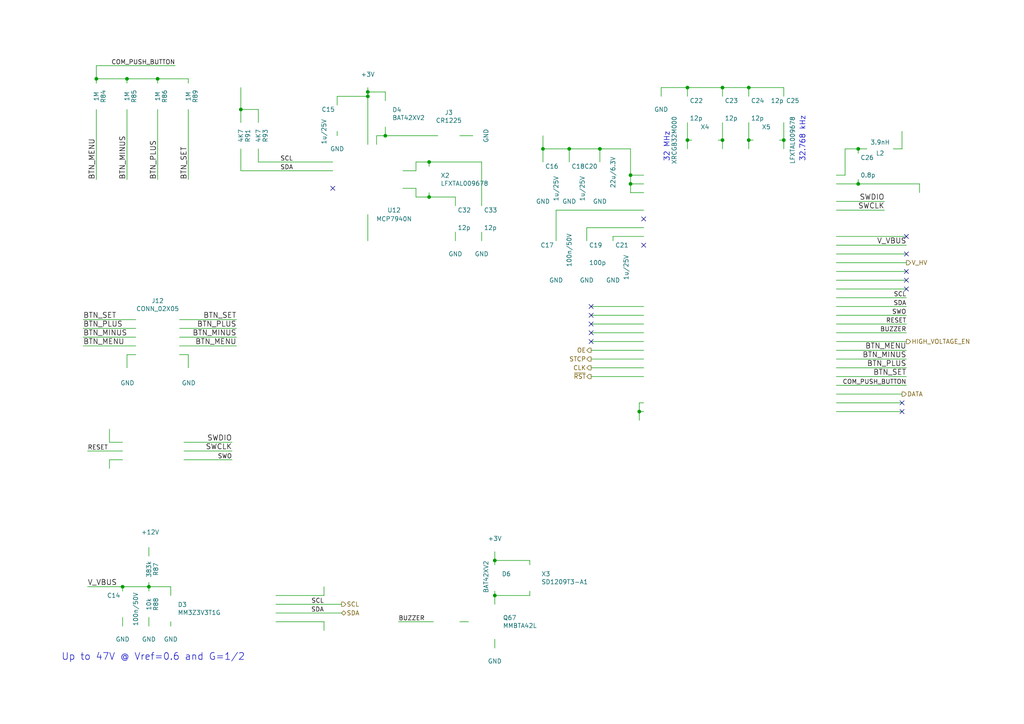
<source format=kicad_sch>
(kicad_sch (version 20210126) (generator eeschema)
  (paper "A4")
  (title_block (title "Noyce Joyce - Nixie Clock") (date "2020-08-21") (rev "100A"))
  (lib_symbols)
  (junction (at 27.94 22.86) (diameter 0.9144))
  (junction (at 35.56 170.18) (diameter 0.9144))
  (junction (at 36.83 22.86) (diameter 0.9144))
  (junction (at 43.18 170.18) (diameter 0.9144))
  (junction (at 45.72 22.86) (diameter 0.9144))
  (junction (at 69.85 31.75) (diameter 0.9144))
  (junction (at 106.68 26.67) (diameter 0.9144))
  (junction (at 106.68 27.94) (diameter 0.9144))
  (junction (at 111.76 39.37) (diameter 0.9144))
  (junction (at 124.46 46.99) (diameter 0.9144))
  (junction (at 124.46 57.15) (diameter 0.9144))
  (junction (at 143.51 162.56) (diameter 0.9144))
  (junction (at 143.51 172.72) (diameter 0.9144))
  (junction (at 157.48 43.18) (diameter 0.9144))
  (junction (at 165.1 43.18) (diameter 0.9144))
  (junction (at 173.99 43.18) (diameter 0.9144))
  (junction (at 182.88 50.8) (diameter 0.9144))
  (junction (at 182.88 53.34) (diameter 0.9144))
  (junction (at 185.42 119.38) (diameter 0.9144))
  (junction (at 199.39 25.4) (diameter 0.9144))
  (junction (at 199.39 40.64) (diameter 0.9144))
  (junction (at 209.55 25.4) (diameter 0.9144))
  (junction (at 209.55 40.64) (diameter 0.9144))
  (junction (at 217.17 25.4) (diameter 0.9144))
  (junction (at 217.17 40.64) (diameter 0.9144))
  (junction (at 227.33 40.64) (diameter 0.9144))
  (junction (at 248.92 43.18) (diameter 0.9144))
  (junction (at 248.92 53.34) (diameter 0.9144))
  (no_connect (at 96.52 54.61))
  (no_connect (at 171.45 88.9))
  (no_connect (at 171.45 91.44))
  (no_connect (at 171.45 93.98))
  (no_connect (at 171.45 96.52))
  (no_connect (at 171.45 99.06))
  (no_connect (at 186.69 63.5))
  (no_connect (at 186.69 71.12))
  (no_connect (at 261.62 116.84))
  (no_connect (at 261.62 119.38))
  (no_connect (at 262.89 68.58))
  (no_connect (at 262.89 73.66))
  (no_connect (at 262.89 78.74))
  (no_connect (at 262.89 81.28))
  (no_connect (at 262.89 83.82))
  (wire (pts (xy 24.13 95.25) (xy 39.37 95.25)))
  (wire (pts (xy 24.13 100.33) (xy 39.37 100.33)))
  (wire (pts (xy 25.4 170.18) (xy 35.56 170.18)))
  (wire (pts (xy 27.94 19.05) (xy 27.94 22.86)))
  (wire (pts (xy 27.94 22.86) (xy 27.94 24.13)))
  (wire (pts (xy 27.94 22.86) (xy 36.83 22.86)))
  (wire (pts (xy 27.94 31.75) (xy 27.94 52.07)))
  (wire (pts (xy 31.75 124.46) (xy 31.75 128.27)))
  (wire (pts (xy 31.75 128.27) (xy 35.56 128.27)))
  (wire (pts (xy 31.75 133.35) (xy 31.75 135.89)))
  (wire (pts (xy 35.56 130.81) (xy 25.4 130.81)))
  (wire (pts (xy 35.56 133.35) (xy 31.75 133.35)))
  (wire (pts (xy 35.56 170.18) (xy 35.56 171.45)))
  (wire (pts (xy 35.56 170.18) (xy 43.18 170.18)))
  (wire (pts (xy 35.56 179.07) (xy 35.56 181.61)))
  (wire (pts (xy 36.83 22.86) (xy 36.83 24.13)))
  (wire (pts (xy 36.83 22.86) (xy 45.72 22.86)))
  (wire (pts (xy 36.83 52.07) (xy 36.83 31.75)))
  (wire (pts (xy 36.83 102.87) (xy 36.83 106.68)))
  (wire (pts (xy 39.37 92.71) (xy 24.13 92.71)))
  (wire (pts (xy 39.37 97.79) (xy 24.13 97.79)))
  (wire (pts (xy 39.37 102.87) (xy 36.83 102.87)))
  (wire (pts (xy 43.18 158.75) (xy 43.18 161.29)))
  (wire (pts (xy 43.18 168.91) (xy 43.18 170.18)))
  (wire (pts (xy 43.18 170.18) (xy 43.18 171.45)))
  (wire (pts (xy 43.18 170.18) (xy 49.53 170.18)))
  (wire (pts (xy 43.18 179.07) (xy 43.18 181.61)))
  (wire (pts (xy 45.72 22.86) (xy 54.61 22.86)))
  (wire (pts (xy 45.72 24.13) (xy 45.72 22.86)))
  (wire (pts (xy 45.72 52.07) (xy 45.72 31.75)))
  (wire (pts (xy 49.53 170.18) (xy 49.53 172.72)))
  (wire (pts (xy 49.53 181.61) (xy 49.53 180.34)))
  (wire (pts (xy 50.8 19.05) (xy 27.94 19.05)))
  (wire (pts (xy 52.07 92.71) (xy 68.58 92.71)))
  (wire (pts (xy 52.07 97.79) (xy 68.58 97.79)))
  (wire (pts (xy 53.34 128.27) (xy 67.31 128.27)))
  (wire (pts (xy 53.34 130.81) (xy 67.31 130.81)))
  (wire (pts (xy 53.34 133.35) (xy 67.31 133.35)))
  (wire (pts (xy 54.61 22.86) (xy 54.61 24.13)))
  (wire (pts (xy 54.61 52.07) (xy 54.61 31.75)))
  (wire (pts (xy 54.61 102.87) (xy 52.07 102.87)))
  (wire (pts (xy 54.61 106.68) (xy 54.61 102.87)))
  (wire (pts (xy 68.58 95.25) (xy 52.07 95.25)))
  (wire (pts (xy 68.58 100.33) (xy 52.07 100.33)))
  (wire (pts (xy 69.85 25.4) (xy 69.85 31.75)))
  (wire (pts (xy 69.85 31.75) (xy 69.85 35.56)))
  (wire (pts (xy 69.85 31.75) (xy 74.93 31.75)))
  (wire (pts (xy 69.85 49.53) (xy 69.85 43.18)))
  (wire (pts (xy 69.85 49.53) (xy 96.52 49.53)))
  (wire (pts (xy 74.93 31.75) (xy 74.93 35.56)))
  (wire (pts (xy 74.93 46.99) (xy 74.93 43.18)))
  (wire (pts (xy 74.93 46.99) (xy 96.52 46.99)))
  (wire (pts (xy 80.01 172.72) (xy 93.98 172.72)))
  (wire (pts (xy 80.01 175.26) (xy 99.06 175.26)))
  (wire (pts (xy 80.01 177.8) (xy 99.06 177.8)))
  (wire (pts (xy 93.98 172.72) (xy 93.98 170.18)))
  (wire (pts (xy 93.98 180.34) (xy 80.01 180.34)))
  (wire (pts (xy 93.98 182.88) (xy 93.98 180.34)))
  (wire (pts (xy 97.79 27.94) (xy 106.68 27.94)))
  (wire (pts (xy 97.79 30.48) (xy 97.79 27.94)))
  (wire (pts (xy 97.79 39.37) (xy 97.79 38.1)))
  (wire (pts (xy 106.68 26.67) (xy 106.68 25.4)))
  (wire (pts (xy 106.68 27.94) (xy 106.68 26.67)))
  (wire (pts (xy 106.68 27.94) (xy 106.68 41.91)))
  (wire (pts (xy 106.68 69.85) (xy 106.68 62.23)))
  (wire (pts (xy 109.22 39.37) (xy 109.22 41.91)))
  (wire (pts (xy 111.76 26.67) (xy 106.68 26.67)))
  (wire (pts (xy 111.76 29.21) (xy 111.76 26.67)))
  (wire (pts (xy 111.76 36.83) (xy 111.76 39.37)))
  (wire (pts (xy 111.76 39.37) (xy 109.22 39.37)))
  (wire (pts (xy 115.57 180.34) (xy 125.73 180.34)))
  (wire (pts (xy 116.84 49.53) (xy 120.65 49.53)))
  (wire (pts (xy 116.84 54.61) (xy 120.65 54.61)))
  (wire (pts (xy 120.65 46.99) (xy 124.46 46.99)))
  (wire (pts (xy 120.65 49.53) (xy 120.65 46.99)))
  (wire (pts (xy 120.65 54.61) (xy 120.65 57.15)))
  (wire (pts (xy 120.65 57.15) (xy 124.46 57.15)))
  (wire (pts (xy 124.46 46.99) (xy 139.7 46.99)))
  (wire (pts (xy 124.46 48.26) (xy 124.46 46.99)))
  (wire (pts (xy 124.46 55.88) (xy 124.46 57.15)))
  (wire (pts (xy 124.46 57.15) (xy 132.08 57.15)))
  (wire (pts (xy 127 39.37) (xy 111.76 39.37)))
  (wire (pts (xy 132.08 57.15) (xy 132.08 59.69)))
  (wire (pts (xy 132.08 69.85) (xy 132.08 67.31)))
  (wire (pts (xy 133.35 180.34) (xy 135.89 180.34)))
  (wire (pts (xy 137.16 39.37) (xy 133.35 39.37)))
  (wire (pts (xy 139.7 46.99) (xy 139.7 59.69)))
  (wire (pts (xy 139.7 69.85) (xy 139.7 67.31)))
  (wire (pts (xy 143.51 160.02) (xy 143.51 162.56)))
  (wire (pts (xy 143.51 162.56) (xy 143.51 163.83)))
  (wire (pts (xy 143.51 162.56) (xy 153.67 162.56)))
  (wire (pts (xy 143.51 172.72) (xy 143.51 171.45)))
  (wire (pts (xy 143.51 172.72) (xy 153.67 172.72)))
  (wire (pts (xy 143.51 175.26) (xy 143.51 172.72)))
  (wire (pts (xy 143.51 187.96) (xy 143.51 185.42)))
  (wire (pts (xy 153.67 162.56) (xy 153.67 163.83)))
  (wire (pts (xy 153.67 172.72) (xy 153.67 171.45)))
  (wire (pts (xy 157.48 39.37) (xy 157.48 43.18)))
  (wire (pts (xy 157.48 43.18) (xy 157.48 46.99)))
  (wire (pts (xy 157.48 43.18) (xy 165.1 43.18)))
  (wire (pts (xy 161.29 60.96) (xy 161.29 69.85)))
  (wire (pts (xy 165.1 43.18) (xy 165.1 46.99)))
  (wire (pts (xy 165.1 43.18) (xy 173.99 43.18)))
  (wire (pts (xy 170.18 66.04) (xy 170.18 69.85)))
  (wire (pts (xy 171.45 93.98) (xy 186.69 93.98)))
  (wire (pts (xy 171.45 99.06) (xy 186.69 99.06)))
  (wire (pts (xy 171.45 101.6) (xy 186.69 101.6)))
  (wire (pts (xy 171.45 106.68) (xy 186.69 106.68)))
  (wire (pts (xy 173.99 43.18) (xy 173.99 46.99)))
  (wire (pts (xy 173.99 43.18) (xy 182.88 43.18)))
  (wire (pts (xy 177.8 68.58) (xy 177.8 69.85)))
  (wire (pts (xy 182.88 43.18) (xy 182.88 50.8)))
  (wire (pts (xy 182.88 50.8) (xy 182.88 53.34)))
  (wire (pts (xy 182.88 53.34) (xy 182.88 55.88)))
  (wire (pts (xy 182.88 53.34) (xy 186.69 53.34)))
  (wire (pts (xy 182.88 55.88) (xy 186.69 55.88)))
  (wire (pts (xy 185.42 116.84) (xy 185.42 119.38)))
  (wire (pts (xy 185.42 119.38) (xy 185.42 121.92)))
  (wire (pts (xy 186.69 50.8) (xy 182.88 50.8)))
  (wire (pts (xy 186.69 60.96) (xy 161.29 60.96)))
  (wire (pts (xy 186.69 66.04) (xy 170.18 66.04)))
  (wire (pts (xy 186.69 68.58) (xy 177.8 68.58)))
  (wire (pts (xy 186.69 88.9) (xy 171.45 88.9)))
  (wire (pts (xy 186.69 91.44) (xy 171.45 91.44)))
  (wire (pts (xy 186.69 96.52) (xy 171.45 96.52)))
  (wire (pts (xy 186.69 104.14) (xy 171.45 104.14)))
  (wire (pts (xy 186.69 109.22) (xy 171.45 109.22)))
  (wire (pts (xy 186.69 116.84) (xy 185.42 116.84)))
  (wire (pts (xy 186.69 119.38) (xy 185.42 119.38)))
  (wire (pts (xy 191.77 25.4) (xy 191.77 27.94)))
  (wire (pts (xy 191.77 25.4) (xy 199.39 25.4)))
  (wire (pts (xy 199.39 25.4) (xy 209.55 25.4)))
  (wire (pts (xy 199.39 27.94) (xy 199.39 25.4)))
  (wire (pts (xy 199.39 35.56) (xy 199.39 40.64)))
  (wire (pts (xy 199.39 40.64) (xy 199.39 43.18)))
  (wire (pts (xy 200.66 40.64) (xy 199.39 40.64)))
  (wire (pts (xy 208.28 40.64) (xy 209.55 40.64)))
  (wire (pts (xy 209.55 25.4) (xy 217.17 25.4)))
  (wire (pts (xy 209.55 27.94) (xy 209.55 25.4)))
  (wire (pts (xy 209.55 35.56) (xy 209.55 40.64)))
  (wire (pts (xy 209.55 40.64) (xy 209.55 43.18)))
  (wire (pts (xy 217.17 25.4) (xy 227.33 25.4)))
  (wire (pts (xy 217.17 27.94) (xy 217.17 25.4)))
  (wire (pts (xy 217.17 35.56) (xy 217.17 40.64)))
  (wire (pts (xy 217.17 40.64) (xy 217.17 43.18)))
  (wire (pts (xy 218.44 40.64) (xy 217.17 40.64)))
  (wire (pts (xy 226.06 40.64) (xy 227.33 40.64)))
  (wire (pts (xy 227.33 25.4) (xy 227.33 27.94)))
  (wire (pts (xy 227.33 35.56) (xy 227.33 40.64)))
  (wire (pts (xy 227.33 40.64) (xy 227.33 43.18)))
  (wire (pts (xy 242.57 53.34) (xy 248.92 53.34)))
  (wire (pts (xy 242.57 58.42) (xy 256.54 58.42)))
  (wire (pts (xy 242.57 68.58) (xy 262.89 68.58)))
  (wire (pts (xy 242.57 71.12) (xy 262.89 71.12)))
  (wire (pts (xy 242.57 73.66) (xy 262.89 73.66)))
  (wire (pts (xy 242.57 78.74) (xy 262.89 78.74)))
  (wire (pts (xy 242.57 83.82) (xy 262.89 83.82)))
  (wire (pts (xy 242.57 88.9) (xy 262.89 88.9)))
  (wire (pts (xy 242.57 93.98) (xy 262.89 93.98)))
  (wire (pts (xy 242.57 96.52) (xy 262.89 96.52)))
  (wire (pts (xy 242.57 104.14) (xy 262.89 104.14)))
  (wire (pts (xy 242.57 109.22) (xy 262.89 109.22)))
  (wire (pts (xy 242.57 111.76) (xy 262.89 111.76)))
  (wire (pts (xy 242.57 114.3) (xy 261.62 114.3)))
  (wire (pts (xy 242.57 119.38) (xy 261.62 119.38)))
  (wire (pts (xy 245.11 43.18) (xy 245.11 50.8)))
  (wire (pts (xy 245.11 43.18) (xy 248.92 43.18)))
  (wire (pts (xy 245.11 50.8) (xy 242.57 50.8)))
  (wire (pts (xy 248.92 43.18) (xy 251.46 43.18)))
  (wire (pts (xy 248.92 44.45) (xy 248.92 43.18)))
  (wire (pts (xy 248.92 52.07) (xy 248.92 53.34)))
  (wire (pts (xy 248.92 53.34) (xy 266.7 53.34)))
  (wire (pts (xy 256.54 60.96) (xy 242.57 60.96)))
  (wire (pts (xy 261.62 38.1) (xy 261.62 43.18)))
  (wire (pts (xy 261.62 43.18) (xy 259.08 43.18)))
  (wire (pts (xy 261.62 116.84) (xy 242.57 116.84)))
  (wire (pts (xy 262.89 76.2) (xy 242.57 76.2)))
  (wire (pts (xy 262.89 81.28) (xy 242.57 81.28)))
  (wire (pts (xy 262.89 86.36) (xy 242.57 86.36)))
  (wire (pts (xy 262.89 91.44) (xy 242.57 91.44)))
  (wire (pts (xy 262.89 99.06) (xy 242.57 99.06)))
  (wire (pts (xy 262.89 101.6) (xy 242.57 101.6)))
  (wire (pts (xy 262.89 106.68) (xy 242.57 106.68)))
  (wire (pts (xy 266.7 53.34) (xy 266.7 55.88)))
  (text "Up to 41V at 0.6 AREF\n" (at -45.72 -161.29 0) (effects (font (size 2.0066 2.0066)) (justify left bottom)))
  (text "Up to 47V @ Vref=0.6 and G=1/2\n" (at 17.78 191.77 0) (effects (font (size 2.0066 2.0066)) (justify left bottom)))
  (text "32 MHz" (at 194.31 46.99 90) (effects (font (size 1.524 1.524)) (justify left bottom)))
  (text "32.768 kHz" (at 233.68 46.99 90) (effects (font (size 1.524 1.524)) (justify left bottom)))
  (label "BTN_SET" (at 24.13 92.71 0) (effects (font (size 1.524 1.524))))
  (label "BTN_PLUS" (at 24.13 95.25 0) (effects (font (size 1.524 1.524))))
  (label "BTN_MINUS" (at 24.13 97.79 0) (effects (font (size 1.524 1.524))))
  (label "BTN_MENU" (at 24.13 100.33 0) (effects (font (size 1.524 1.524))))
  (label "RESET" (at 25.4 130.81 0))
  (label "V_VBUS" (at 25.4 170.18 0) (effects (font (size 1.524 1.524))))
  (label "BTN_MENU" (at 27.94 52.07 90) (effects (font (size 1.524 1.524))))
  (label "BTN_MINUS" (at 36.83 52.07 90) (effects (font (size 1.524 1.524))))
  (label "BTN_PLUS" (at 45.72 52.07 90) (effects (font (size 1.524 1.524))))
  (label "COM_PUSH_BUTTON" (at 50.8 19.05 180))
  (label "BTN_SET" (at 54.61 52.07 90) (effects (font (size 1.524 1.524))))
  (label "SWDIO" (at 67.31 128.27 180) (effects (font (size 1.524 1.524))))
  (label "SWCLK" (at 67.31 130.81 180) (effects (font (size 1.524 1.524))))
  (label "SWO" (at 67.31 133.35 180))
  (label "BTN_SET" (at 68.58 92.71 180) (effects (font (size 1.524 1.524))))
  (label "BTN_PLUS" (at 68.58 95.25 180) (effects (font (size 1.524 1.524))))
  (label "BTN_MINUS" (at 68.58 97.79 180) (effects (font (size 1.524 1.524))))
  (label "BTN_MENU" (at 68.58 100.33 180) (effects (font (size 1.524 1.524))))
  (label "SCL" (at 81.28 46.99 0))
  (label "SDA" (at 81.28 49.53 0))
  (label "SCL" (at 93.98 175.26 180))
  (label "SDA" (at 93.98 177.8 180))
  (label "BUZZER" (at 115.57 180.34 0))
  (label "SWDIO" (at 256.54 58.42 180) (effects (font (size 1.524 1.524))))
  (label "SWCLK" (at 256.54 60.96 180) (effects (font (size 1.524 1.524))))
  (label "V_VBUS" (at 262.89 71.12 180) (effects (font (size 1.524 1.524))))
  (label "SCL" (at 262.89 86.36 180))
  (label "SDA" (at 262.89 88.9 180))
  (label "SWO" (at 262.89 91.44 180))
  (label "RESET" (at 262.89 93.98 180))
  (label "BUZZER" (at 262.89 96.52 180))
  (label "BTN_MENU" (at 262.89 101.6 180) (effects (font (size 1.524 1.524))))
  (label "BTN_MINUS" (at 262.89 104.14 180) (effects (font (size 1.524 1.524))))
  (label "BTN_PLUS" (at 262.89 106.68 180) (effects (font (size 1.524 1.524))))
  (label "BTN_SET" (at 262.89 109.22 180) (effects (font (size 1.524 1.524))))
  (label "COM_PUSH_BUTTON" (at 262.89 111.76 180))
  (hierarchical_label "SCL" (shape output) (at 99.06 175.26 0))
  (hierarchical_label "SDA" (shape bidirectional) (at 99.06 177.8 0))
  (hierarchical_label "OE" (shape output) (at 171.45 101.6 180))
  (hierarchical_label "STCP" (shape output) (at 171.45 104.14 180))
  (hierarchical_label "CLK" (shape output) (at 171.45 106.68 180))
  (hierarchical_label "~RST" (shape output) (at 171.45 109.22 180))
  (hierarchical_label "DATA" (shape output) (at 261.62 114.3 0))
  (hierarchical_label "V_HV" (shape output) (at 262.89 76.2 0))
  (hierarchical_label "HIGH_VOLTAGE_EN" (shape output) (at 262.89 99.06 0))
  (symbol (lib_id "nixie_clock-rescue:R-passive") (at 27.94 27.94 0) (unit 1)
    (property "Reference" "R84" (at 29.972 27.94 90))
    (property "Value" "1M" (at 27.94 27.94 90))
    (property "Footprint" "passive:R_0603" (effects hide))
    (property "V1" "1" (effects hide))
    (property "V2" "1" (effects hide))
    (property "V3" "1" (effects hide))
    (property "V4" "1" (effects hide))
    (property "V5" "1" (effects hide))
    (property "PN" "MCWR06X1004FTL" (effects hide))
  )
  (symbol (lib_id "nixie_clock-rescue:+3V-power") (at 31.75 124.46 0) (unit 1)
    (property "Reference" "#PWR071" (effects hide))
    (property "Value" "+3V" (at 31.75 120.65 0))
  )
  (symbol (lib_id "nixie_clock-rescue:GND-power") (at 31.75 135.89 0) (mirror y) (unit 1)
    (property "Reference" "#PWR070" (effects hide))
    (property "Value" "GND" (at 31.75 139.7 0))
  )
  (symbol (lib_id "nixie_clock-rescue:100n_50V-passive") (at 35.56 175.26 0) (mirror y) (unit 1)
    (property "Reference" "C14" (at 34.925 172.72 0) (effects (justify left)))
    (property "Value" "100n/50V" (at 39.37 181.61 90) (effects (justify left)))
    (property "Footprint" "passive:C_0603" (effects hide))
    (property "V1" "1" (effects hide))
    (property "V2" "1" (effects hide))
    (property "V3" "1" (effects hide))
    (property "V4" "1" (effects hide))
    (property "V5" "1" (effects hide))
    (property "PN" "CL10B104KB8NNNC" (effects hide))
  )
  (symbol (lib_id "nixie_clock-rescue:GND-power") (at 35.56 181.61 0) (unit 1)
    (property "Reference" "#PWR066" (effects hide))
    (property "Value" "GND" (at 35.56 185.42 0))
  )
  (symbol (lib_id "nixie_clock-rescue:R-passive") (at 36.83 27.94 0) (unit 1)
    (property "Reference" "R85" (at 38.862 27.94 90))
    (property "Value" "1M" (at 36.83 27.94 90))
    (property "Footprint" "passive:R_0603" (effects hide))
    (property "V1" "1" (effects hide))
    (property "V2" "1" (effects hide))
    (property "V3" "1" (effects hide))
    (property "V4" "1" (effects hide))
    (property "V5" "1" (effects hide))
    (property "PN" "MCWR06X1004FTL" (effects hide))
  )
  (symbol (lib_id "nixie_clock-rescue:GND-power") (at 36.83 106.68 0) (unit 1)
    (property "Reference" "#PWR0131" (effects hide))
    (property "Value" "GND" (at 36.957 111.0742 0))
  )
  (symbol (lib_id "nixie_clock-rescue:+12V-power") (at 43.18 158.75 0) (unit 1)
    (property "Reference" "#PWR0132" (effects hide))
    (property "Value" "+12V" (at 43.561 154.3558 0))
  )
  (symbol (lib_id "nixie_clock-rescue:R-passive") (at 43.18 165.1 0) (unit 1)
    (property "Reference" "R87" (at 45.212 165.1 90))
    (property "Value" "383k" (at 43.18 165.1 90))
    (property "Footprint" "passive:R_0603" (effects hide))
    (property "V1" "1" (effects hide))
    (property "V2" "1" (effects hide))
    (property "V3" "1" (effects hide))
    (property "V4" "1" (effects hide))
    (property "V5" "1" (effects hide))
    (property "PN" "RC0805FR-07383KL" (effects hide))
  )
  (symbol (lib_id "nixie_clock-rescue:R-passive") (at 43.18 175.26 0) (unit 1)
    (property "Reference" "R88" (at 45.212 175.26 90))
    (property "Value" "10k" (at 43.18 175.26 90))
    (property "Footprint" "passive:R_0603" (effects hide))
    (property "V1" "1" (effects hide))
    (property "V2" "1" (effects hide))
    (property "V3" "1" (effects hide))
    (property "V4" "1" (effects hide))
    (property "V5" "1" (effects hide))
    (property "PN" "RC0805FR-0710KL" (effects hide))
  )
  (symbol (lib_id "nixie_clock-rescue:GND-power") (at 43.18 181.61 0) (unit 1)
    (property "Reference" "#PWR068" (effects hide))
    (property "Value" "GND" (at 43.18 185.42 0))
  )
  (symbol (lib_id "nixie_clock-rescue:TC2030-SWD-others") (at 44.45 130.81 0) (unit 1)
    (property "Reference" "P1" (at 44.45 123.3932 0) (effects (font (size 1.016 1.016))))
    (property "Value" "TC2030-SWD" (at 44.45 125.3236 0) (effects (font (size 1.016 1.016))))
    (property "Footprint" "Connectors:Tag-Connect_TC2030-IDC-NL" (effects hide))
    (property "V1" "0" (effects hide))
    (property "V2" "0" (effects hide))
    (property "V3" "0" (effects hide))
    (property "V4" "0" (effects hide))
    (property "V5" "0" (effects hide))
    (property "PN" "TC2030" (effects hide))
  )
  (symbol (lib_id "nixie_clock-rescue:R-passive") (at 45.72 27.94 0) (unit 1)
    (property "Reference" "R86" (at 47.752 27.94 90))
    (property "Value" "1M" (at 45.72 27.94 90))
    (property "Footprint" "passive:R_0603" (effects hide))
    (property "V1" "1" (effects hide))
    (property "V2" "1" (effects hide))
    (property "V3" "1" (effects hide))
    (property "V4" "1" (effects hide))
    (property "V5" "1" (effects hide))
    (property "PN" "MCWR06X1004FTL" (effects hide))
  )
  (symbol (lib_id "nixie_clock-rescue:CONN_02X05-connectors") (at 45.72 97.79 0) (unit 1)
    (property "Reference" "J12" (at 45.72 87.249 0))
    (property "Value" "CONN_02X05" (at 45.72 89.5604 0))
    (property "Footprint" "Connector_PinSocket_2.54mm:PinSocket_2x05_P2.54mm_Horizontal" (effects hide))
    (property "V1" "1" (effects hide))
    (property "V2" "1" (effects hide))
    (property "V3" "1" (effects hide))
    (property "V4" "1" (effects hide))
    (property "V5" "1" (effects hide))
    (property "PN" "DS1024-2*5R0" (effects hide))
  )
  (symbol (lib_id "nixie_clock-rescue:MM3Z3V0B-d") (at 49.53 176.53 270) (unit 1)
    (property "Reference" "D3" (at 51.5366 175.3616 90) (effects (justify left)))
    (property "Value" "MM3Z3V3T1G" (at 51.5366 177.673 90) (effects (justify left)))
    (property "Footprint" "Diodes_SMD:D_SOD-323" (effects hide))
    (property "V1" "1" (effects hide))
    (property "V2" "1" (effects hide))
    (property "V3" "1" (effects hide))
    (property "V4" "1" (effects hide))
    (property "V5" "1" (effects hide))
    (property "PN" "MM3Z3V3T1G" (effects hide))
  )
  (symbol (lib_id "nixie_clock-rescue:GND-power") (at 49.53 181.61 0) (unit 1)
    (property "Reference" "#PWR069" (effects hide))
    (property "Value" "GND" (at 49.53 185.42 0))
  )
  (symbol (lib_id "nixie_clock-rescue:R-passive") (at 54.61 27.94 0) (unit 1)
    (property "Reference" "R89" (at 56.642 27.94 90))
    (property "Value" "1M" (at 54.61 27.94 90))
    (property "Footprint" "passive:R_0603" (effects hide))
    (property "V1" "1" (effects hide))
    (property "V2" "1" (effects hide))
    (property "V3" "1" (effects hide))
    (property "V4" "1" (effects hide))
    (property "V5" "1" (effects hide))
    (property "PN" "MCWR06X1004FTL" (effects hide))
  )
  (symbol (lib_id "nixie_clock-rescue:GND-power") (at 54.61 106.68 0) (unit 1)
    (property "Reference" "#PWR0130" (effects hide))
    (property "Value" "GND" (at 54.737 111.0742 0))
  )
  (symbol (lib_id "nixie_clock-rescue:+3V-power") (at 69.85 25.4 0) (unit 1)
    (property "Reference" "#PWR072" (effects hide))
    (property "Value" "+3V" (at 69.85 21.59 0))
  )
  (symbol (lib_id "nixie_clock-rescue:R-passive") (at 69.85 39.37 0) (unit 1)
    (property "Reference" "R91" (at 71.882 39.37 90))
    (property "Value" "4K7" (at 69.85 39.37 90))
    (property "Footprint" "passive:R_0603" (effects hide))
    (property "V1" "1" (effects hide))
    (property "V2" "1" (effects hide))
    (property "V3" "1" (effects hide))
    (property "V4" "1" (effects hide))
    (property "V5" "1" (effects hide))
    (property "PN" "RC0603FR-074K7L" (effects hide))
  )
  (symbol (lib_id "nixie_clock-rescue:R-passive") (at 74.93 39.37 0) (unit 1)
    (property "Reference" "R93" (at 76.962 39.37 90))
    (property "Value" "4K7" (at 74.93 39.37 90))
    (property "Footprint" "passive:R_0603" (effects hide))
    (property "V1" "1" (effects hide))
    (property "V2" "1" (effects hide))
    (property "V3" "1" (effects hide))
    (property "V4" "1" (effects hide))
    (property "V5" "1" (effects hide))
    (property "PN" "RC0603FR-074K7L" (effects hide))
  )
  (symbol (lib_id "nixie_clock-rescue:CONN_01X04-connectors") (at 74.93 176.53 0) (mirror y) (unit 1)
    (property "Reference" "J5" (at 77.0382 167.259 0))
    (property "Value" "CONN_01X04" (at 77.0382 169.5704 0))
    (property "Footprint" "Connector_JST:JST_SH_SM04B-SRSS-TB_1x04-1MP_P1.00mm_Horizontal" (effects hide))
    (property "V1" "1" (effects hide))
    (property "V2" "1" (effects hide))
    (property "V3" "1" (effects hide))
    (property "V4" "1" (effects hide))
    (property "V5" "1" (effects hide))
    (property "PN" "SM04B-SRSS-TB" (effects hide))
  )
  (symbol (lib_id "nixie_clock-rescue:+3V-power") (at 93.98 170.18 0) (unit 1)
    (property "Reference" "#PWR076" (effects hide))
    (property "Value" "+3V" (at 93.98 166.37 0))
  )
  (symbol (lib_id "nixie_clock-rescue:GND-power") (at 93.98 182.88 0) (unit 1)
    (property "Reference" "#PWR077" (effects hide))
    (property "Value" "GND" (at 93.98 186.69 0))
  )
  (symbol (lib_id "nixie_clock-rescue:C-passive") (at 97.79 34.29 0) (mirror y) (unit 1)
    (property "Reference" "C15" (at 97.155 31.75 0) (effects (justify left)))
    (property "Value" "1u/25V" (at 93.98 41.91 90) (effects (justify left)))
    (property "Footprint" "passive:C_0603" (effects hide))
    (property "V1" "1" (effects hide))
    (property "V2" "1" (effects hide))
    (property "V3" "1" (effects hide))
    (property "V4" "1" (effects hide))
    (property "V5" "1" (effects hide))
    (property "PN" "CL10B105KP8NNNC" (effects hide))
  )
  (symbol (lib_id "nixie_clock-rescue:GND-power") (at 97.79 39.37 0) (unit 1)
    (property "Reference" "#PWR073" (effects hide))
    (property "Value" "GND" (at 97.79 43.18 0))
  )
  (symbol (lib_id "nixie_clock-rescue:+3V-power") (at 106.68 25.4 0) (unit 1)
    (property "Reference" "#PWR074" (effects hide))
    (property "Value" "+3V" (at 106.68 21.59 0))
  )
  (symbol (lib_id "nixie_clock-rescue:BQ32000-IC") (at 106.68 52.07 0) (unit 1)
    (property "Reference" "U12" (at 114.3 60.96 0))
    (property "Value" "MCP7940N" (at 114.3 63.5 0))
    (property "Footprint" "Package_SO:SOIC-8_3.9x4.9mm_P1.27mm" (effects hide))
    (property "Datasheet" "http://ww1.microchip.com/downloads/en/DeviceDoc/20005010F.pdf" (effects hide))
    (property "V1" "1" (effects hide))
    (property "V2" "1" (effects hide))
    (property "V3" "1" (effects hide))
    (property "V4" "1" (effects hide))
    (property "V5" "1" (effects hide))
    (property "PN" "MCP7940MT-I/SN" (effects hide))
  )
  (symbol (lib_id "nixie_clock-rescue:GND-power") (at 106.68 69.85 0) (unit 1)
    (property "Reference" "#PWR075" (effects hide))
    (property "Value" "GND" (at 106.68 73.66 0))
  )
  (symbol (lib_id "nixie_clock-rescue:BAT42XV2-d") (at 111.76 33.02 270) (unit 1)
    (property "Reference" "D4" (at 113.7666 31.8516 90) (effects (justify left)))
    (property "Value" "BAT42XV2" (at 113.7666 34.163 90) (effects (justify left)))
    (property "Footprint" "Diodes_SMD:D_SOD-523" (effects hide))
    (property "V1" "0" (effects hide))
    (property "V2" "1" (effects hide))
    (property "V3" "1" (effects hide))
    (property "V4" "1" (effects hide))
    (property "V5" "1" (effects hide))
    (property "PN" "BAT42XV2" (effects hide))
  )
  (symbol (lib_id "nixie_clock-rescue:LFXTAL009678-xtal") (at 124.46 52.07 90) (unit 1)
    (property "Reference" "X2" (at 127.7874 50.9016 90) (effects (justify right)))
    (property "Value" "LFXTAL009678" (at 127.7874 53.213 90) (effects (justify right)))
    (property "Footprint" "Crystals:Crystal_SMD_MicroCrystal_CC7V-T1A-2pin_3.2x1.5mm" (effects hide))
    (property "V1" "1" (effects hide))
    (property "V2" "1" (effects hide))
    (property "V3" "1" (effects hide))
    (property "V4" "1" (effects hide))
    (property "V5" "1" (effects hide))
    (property "PN" "LFXTAL009678" (effects hide))
  )
  (symbol (lib_id "nixie_clock-rescue:R-passive") (at 129.54 180.34 270) (unit 1)
    (property "Reference" "R90" (at 129.54 182.372 90))
    (property "Value" "4K7" (at 129.54 180.34 90))
    (property "Footprint" "passive:R_0603" (effects hide))
    (property "V1" "1" (effects hide))
    (property "V2" "1" (effects hide))
    (property "V3" "1" (effects hide))
    (property "V4" "1" (effects hide))
    (property "V5" "1" (effects hide))
    (property "PN" "RC0603FR-074K7L" (effects hide))
  )
  (symbol (lib_id "nixie_clock-rescue:CR1225-power") (at 130.81 39.37 90) (unit 1)
    (property "Reference" "J3" (at 130.175 32.639 90))
    (property "Value" "CR1225" (at 130.175 34.9504 90))
    (property "Footprint" "Battery:BatteryHolder_Harwin_S8201R_1x12mm" (effects hide))
    (property "V1" "1" (effects hide))
    (property "V2" "1" (effects hide))
    (property "V3" "1" (effects hide))
    (property "V4" "1" (effects hide))
    (property "V5" "1" (effects hide))
    (property "PN" "Harwin S8201-46R" (effects hide))
  )
  (symbol (lib_id "nixie_clock-rescue:C-passive") (at 132.08 63.5 0) (unit 1)
    (property "Reference" "C32" (at 132.715 60.96 0) (effects (justify left)))
    (property "Value" "12p" (at 132.715 66.04 0) (effects (justify left)))
    (property "Footprint" "passive:C_0603" (effects hide))
    (property "V1" "0" (effects hide))
    (property "V2" "1" (effects hide))
    (property "V3" "1" (effects hide))
    (property "V4" "1" (effects hide))
    (property "V5" "1" (effects hide))
    (property "PN" "06035A120JAT2A" (effects hide))
  )
  (symbol (lib_id "nixie_clock-rescue:GND-power") (at 132.08 69.85 0) (unit 1)
    (property "Reference" "#PWR083" (effects hide))
    (property "Value" "GND" (at 132.08 73.66 0))
  )
  (symbol (lib_id "nixie_clock-rescue:GND-power") (at 137.16 39.37 90) (unit 1)
    (property "Reference" "#PWR078" (effects hide))
    (property "Value" "GND" (at 140.97 39.37 0))
  )
  (symbol (lib_id "nixie_clock-rescue:C-passive") (at 139.7 63.5 0) (unit 1)
    (property "Reference" "C33" (at 140.335 60.96 0) (effects (justify left)))
    (property "Value" "12p" (at 140.335 66.04 0) (effects (justify left)))
    (property "Footprint" "passive:C_0603" (effects hide))
    (property "V1" "0" (effects hide))
    (property "V2" "1" (effects hide))
    (property "V3" "1" (effects hide))
    (property "V4" "1" (effects hide))
    (property "V5" "1" (effects hide))
    (property "PN" "06035A120JAT2A" (effects hide))
  )
  (symbol (lib_id "nixie_clock-rescue:GND-power") (at 139.7 69.85 0) (unit 1)
    (property "Reference" "#PWR0113" (effects hide))
    (property "Value" "GND" (at 139.7 73.66 0))
  )
  (symbol (lib_id "nixie_clock-rescue:MMBTA42L-transistors") (at 140.97 180.34 0) (unit 1)
    (property "Reference" "Q67" (at 145.8468 179.1716 0) (effects (justify left)))
    (property "Value" "MMBTA42L" (at 145.8468 181.483 0) (effects (justify left)))
    (property "Footprint" "TO_SOT_Packages_SMD:SOT-23" (effects hide))
    (property "V1" "1" (effects hide))
    (property "V2" "1" (effects hide))
    (property "V3" "1" (effects hide))
    (property "V4" "1" (effects hide))
    (property "V5" "1" (effects hide))
    (property "PN" "MMBTA42LT1G" (effects hide))
  )
  (symbol (lib_id "nixie_clock-rescue:+3V-power") (at 143.51 160.02 0) (unit 1)
    (property "Reference" "#PWR079" (effects hide))
    (property "Value" "+3V" (at 143.51 156.21 0))
  )
  (symbol (lib_id "nixie_clock-rescue:BAT42XV2-d") (at 143.51 167.64 270) (unit 1)
    (property "Reference" "D6" (at 145.5166 166.4716 90) (effects (justify left)))
    (property "Value" "BAT42XV2" (at 140.97 162.56 0) (effects (justify left)))
    (property "Footprint" "Diodes_SMD:D_SOD-523" (effects hide))
    (property "V1" "1" (effects hide))
    (property "V2" "1" (effects hide))
    (property "V3" "1" (effects hide))
    (property "V4" "1" (effects hide))
    (property "V5" "1" (effects hide))
    (property "PN" "BAT42XV2" (effects hide))
  )
  (symbol (lib_id "nixie_clock-rescue:GND-power") (at 143.51 187.96 0) (mirror y) (unit 1)
    (property "Reference" "#PWR080" (effects hide))
    (property "Value" "GND" (at 143.51 191.77 0))
  )
  (symbol (lib_id "nixie_clock-rescue:Xtal_1_2-xtal") (at 153.67 167.64 270) (unit 1)
    (property "Reference" "X3" (at 156.9974 166.4716 90) (effects (justify left)))
    (property "Value" "SD1209T3-A1" (at 156.9974 168.783 90) (effects (justify left)))
    (property "Footprint" "Buzzer_Beeper:Buzzer_12x9RM5.0" (effects hide))
    (property "V1" "1" (effects hide))
    (property "V2" "1" (effects hide))
    (property "V3" "1" (effects hide))
    (property "V4" "1" (effects hide))
    (property "V5" "1" (effects hide))
    (property "PN" "SD1209T3-A1" (effects hide))
  )
  (symbol (lib_id "nixie_clock-rescue:+3V-power") (at 157.48 39.37 0) (unit 1)
    (property "Reference" "#PWR084" (effects hide))
    (property "Value" "+3V" (at 157.48 35.56 0))
  )
  (symbol (lib_id "nixie_clock-rescue:C-passive") (at 157.48 50.8 0) (unit 1)
    (property "Reference" "C16" (at 158.115 48.26 0) (effects (justify left)))
    (property "Value" "1u/25V" (at 161.29 58.42 90) (effects (justify left)))
    (property "Footprint" "passive:C_0603" (effects hide))
    (property "V1" "1" (effects hide))
    (property "V2" "1" (effects hide))
    (property "V3" "1" (effects hide))
    (property "V4" "1" (effects hide))
    (property "V5" "1" (effects hide))
    (property "PN" "CL10B105KP8NNNC" (effects hide))
  )
  (symbol (lib_id "nixie_clock-rescue:GND-power") (at 157.48 54.61 0) (unit 1)
    (property "Reference" "#PWR085" (effects hide))
    (property "Value" "GND" (at 157.48 58.42 0))
  )
  (symbol (lib_id "nixie_clock-rescue:100n_50V-passive") (at 161.29 73.66 0) (mirror y) (unit 1)
    (property "Reference" "C17" (at 160.655 71.12 0) (effects (justify left)))
    (property "Value" "100n/50V" (at 165.1 77.47 90) (effects (justify left)))
    (property "Footprint" "passive:C_0603" (effects hide))
    (property "V1" "1" (effects hide))
    (property "V2" "1" (effects hide))
    (property "V3" "1" (effects hide))
    (property "V4" "1" (effects hide))
    (property "V5" "1" (effects hide))
    (property "PN" "CL10B104KB8NNNC" (effects hide))
  )
  (symbol (lib_id "nixie_clock-rescue:GND-power") (at 161.29 77.47 0) (unit 1)
    (property "Reference" "#PWR086" (effects hide))
    (property "Value" "GND" (at 161.29 81.28 0))
  )
  (symbol (lib_id "nixie_clock-rescue:C-passive") (at 165.1 50.8 0) (unit 1)
    (property "Reference" "C18" (at 165.735 48.26 0) (effects (justify left)))
    (property "Value" "1u/25V" (at 168.91 58.42 90) (effects (justify left)))
    (property "Footprint" "passive:C_0603" (effects hide))
    (property "V1" "1" (effects hide))
    (property "V2" "1" (effects hide))
    (property "V3" "1" (effects hide))
    (property "V4" "1" (effects hide))
    (property "V5" "1" (effects hide))
    (property "PN" "CL10B105KP8NNNC" (effects hide))
  )
  (symbol (lib_id "nixie_clock-rescue:GND-power") (at 165.1 54.61 0) (unit 1)
    (property "Reference" "#PWR087" (effects hide))
    (property "Value" "GND" (at 165.1 58.42 0))
  )
  (symbol (lib_id "nixie_clock-rescue:C-passive") (at 170.18 73.66 0) (unit 1)
    (property "Reference" "C19" (at 170.815 71.12 0) (effects (justify left)))
    (property "Value" "100p" (at 170.815 76.2 0) (effects (justify left)))
    (property "Footprint" "passive:C_0603" (effects hide))
    (property "V1" "1" (effects hide))
    (property "V2" "1" (effects hide))
    (property "V3" "1" (effects hide))
    (property "V4" "1" (effects hide))
    (property "V5" "1" (effects hide))
    (property "PN" "CL10C101JB8NNNC" (effects hide))
  )
  (symbol (lib_id "nixie_clock-rescue:GND-power") (at 170.18 77.47 0) (unit 1)
    (property "Reference" "#PWR088" (effects hide))
    (property "Value" "GND" (at 170.18 81.28 0))
  )
  (symbol (lib_id "nixie_clock-rescue:22u_6V3-passive") (at 173.99 50.8 0) (mirror y) (unit 1)
    (property "Reference" "C20" (at 173.355 48.26 0) (effects (justify left)))
    (property "Value" "22u/6.3V" (at 177.8 54.61 90) (effects (justify left)))
    (property "Footprint" "passive:C_0805" (effects hide))
    (property "V1" "1" (effects hide))
    (property "V2" "1" (effects hide))
    (property "V3" "1" (effects hide))
    (property "V4" "1" (effects hide))
    (property "V5" "1" (effects hide))
    (property "PN" "GRM21BC80J226ME51L" (effects hide))
  )
  (symbol (lib_id "nixie_clock-rescue:GND-power") (at 173.99 54.61 0) (unit 1)
    (property "Reference" "#PWR089" (effects hide))
    (property "Value" "GND" (at 173.99 58.42 0))
  )
  (symbol (lib_id "nixie_clock-rescue:C-passive") (at 177.8 73.66 0) (unit 1)
    (property "Reference" "C21" (at 178.435 71.12 0) (effects (justify left)))
    (property "Value" "1u/25V" (at 181.61 81.28 90) (effects (justify left)))
    (property "Footprint" "passive:C_0603" (effects hide))
    (property "V1" "1" (effects hide))
    (property "V2" "1" (effects hide))
    (property "V3" "1" (effects hide))
    (property "V4" "1" (effects hide))
    (property "V5" "1" (effects hide))
    (property "PN" "CL10B105KP8NNNC" (effects hide))
  )
  (symbol (lib_id "nixie_clock-rescue:GND-power") (at 177.8 77.47 0) (unit 1)
    (property "Reference" "#PWR092" (effects hide))
    (property "Value" "GND" (at 177.8 81.28 0))
  )
  (symbol (lib_id "nixie_clock-rescue:GND-power") (at 185.42 121.92 0) (unit 1)
    (property "Reference" "#PWR093" (effects hide))
    (property "Value" "GND" (at 185.42 125.73 0))
  )
  (symbol (lib_id "nixie_clock-rescue:GND-power") (at 191.77 27.94 0) (unit 1)
    (property "Reference" "#PWR094" (effects hide))
    (property "Value" "GND" (at 191.77 31.75 0))
  )
  (symbol (lib_id "nixie_clock-rescue:C-passive") (at 199.39 31.75 0) (unit 1)
    (property "Reference" "C22" (at 200.025 29.21 0) (effects (justify left)))
    (property "Value" "12p" (at 200.025 34.29 0) (effects (justify left)))
    (property "Footprint" "passive:C_0603" (effects hide))
    (property "V1" "1" (effects hide))
    (property "V2" "1" (effects hide))
    (property "V3" "1" (effects hide))
    (property "V4" "1" (effects hide))
    (property "V5" "1" (effects hide))
    (property "PN" "06035A120JAT2A" (effects hide))
  )
  (symbol (lib_id "nixie_clock-rescue:XRCGB32M000-xtal") (at 204.47 40.64 0) (unit 1)
    (property "Reference" "X4" (at 204.47 36.83 0))
    (property "Value" "XRCGB32M000" (at 195.58 40.64 90))
    (property "Footprint" "Crystals:Crystal_SMD_2016-4pin_2.0x1.6mm" (effects hide))
    (property "V1" "1" (effects hide))
    (property "V2" "1" (effects hide))
    (property "V3" "1" (effects hide))
    (property "V4" "1" (effects hide))
    (property "V5" "1" (effects hide))
    (property "PN" "XRCGB32M000F2P00R0" (effects hide))
  )
  (symbol (lib_id "nixie_clock-rescue:C-passive") (at 209.55 31.75 0) (unit 1)
    (property "Reference" "C23" (at 210.185 29.21 0) (effects (justify left)))
    (property "Value" "12p" (at 210.185 34.29 0) (effects (justify left)))
    (property "Footprint" "passive:C_0603" (effects hide))
    (property "V1" "1" (effects hide))
    (property "V2" "1" (effects hide))
    (property "V3" "1" (effects hide))
    (property "V4" "1" (effects hide))
    (property "V5" "1" (effects hide))
    (property "PN" "06035A120JAT2A" (effects hide))
  )
  (symbol (lib_id "nixie_clock-rescue:nRF52832-mcu") (at 214.63 83.82 0) (unit 1)
    (property "Reference" "U13" (at 193.04 123.19 0) (effects (font (size 1.524 1.524))))
    (property "Value" "nRF52832" (at 231.14 123.19 0) (effects (font (size 1.524 1.524))))
    (property "Footprint" "Housings_DFN_QFN:UQFN-48-1EP_6x6mm_Pitch0.4mm" (effects hide))
    (property "V1" "1" (effects hide))
    (property "V2" "1" (effects hide))
    (property "V3" "1" (effects hide))
    (property "V4" "1" (effects hide))
    (property "V5" "1" (effects hide))
    (property "PN" "nRF52832QFAA" (effects hide))
  )
  (symbol (lib_id "nixie_clock-rescue:C-passive") (at 217.17 31.75 0) (unit 1)
    (property "Reference" "C24" (at 217.805 29.21 0) (effects (justify left)))
    (property "Value" "12p" (at 217.805 34.29 0) (effects (justify left)))
    (property "Footprint" "passive:C_0603" (effects hide))
    (property "V1" "1" (effects hide))
    (property "V2" "1" (effects hide))
    (property "V3" "1" (effects hide))
    (property "V4" "1" (effects hide))
    (property "V5" "1" (effects hide))
    (property "PN" "06035A120JAT2A" (effects hide))
  )
  (symbol (lib_id "nixie_clock-rescue:LFXTAL009678-xtal") (at 222.25 40.64 0) (unit 1)
    (property "Reference" "X5" (at 222.25 36.83 0))
    (property "Value" "LFXTAL009678" (at 229.87 40.64 90))
    (property "Footprint" "Crystals:Crystal_SMD_MicroCrystal_CC7V-T1A-2pin_3.2x1.5mm" (effects hide))
    (property "V1" "1" (effects hide))
    (property "V2" "1" (effects hide))
    (property "V3" "1" (effects hide))
    (property "V4" "1" (effects hide))
    (property "V5" "1" (effects hide))
    (property "PN" "LFXTAL009678" (effects hide))
  )
  (symbol (lib_id "nixie_clock-rescue:C-passive") (at 227.33 31.75 0) (unit 1)
    (property "Reference" "C25" (at 227.965 29.21 0) (effects (justify left)))
    (property "Value" "12p" (at 223.52 29.21 0) (effects (justify left)))
    (property "Footprint" "passive:C_0603" (effects hide))
    (property "V1" "1" (effects hide))
    (property "V2" "1" (effects hide))
    (property "V3" "1" (effects hide))
    (property "V4" "1" (effects hide))
    (property "V5" "1" (effects hide))
    (property "PN" "06035A120JAT2A" (effects hide))
  )
  (symbol (lib_id "nixie_clock-rescue:C-passive") (at 248.92 48.26 0) (unit 1)
    (property "Reference" "C26" (at 249.555 45.72 0) (effects (justify left)))
    (property "Value" "0.8p" (at 249.555 50.8 0) (effects (justify left)))
    (property "Footprint" "passive:C_0402" (effects hide))
    (property "V1" "1" (effects hide))
    (property "V2" "1" (effects hide))
    (property "V3" "1" (effects hide))
    (property "V4" "1" (effects hide))
    (property "V5" "1" (effects hide))
    (property "PN" "GRM1555C1HR80CA01D" (effects hide))
  )
  (symbol (lib_id "nixie_clock-rescue:L-passive") (at 255.27 43.18 90) (unit 1)
    (property "Reference" "L2" (at 255.27 44.45 90))
    (property "Value" "3.9nH" (at 255.27 41.275 90))
    (property "Footprint" "passive:L_0402" (effects hide))
    (property "V1" "1" (effects hide))
    (property "V2" "1" (effects hide))
    (property "V3" "1" (effects hide))
    (property "V4" "1" (effects hide))
    (property "V5" "1" (effects hide))
    (property "PN" "L-07C3N9SV6T" (effects hide))
  )
  (symbol (lib_id "nixie_clock-rescue:2450AT18B100E-antennas") (at 266.7 33.02 0) (unit 1)
    (property "Reference" "A1" (at 262.89 22.86 0) (effects (font (size 1.524 1.524))))
    (property "Value" "2450AT18B100E" (at 266.7 34.29 90) (effects (font (size 1.524 1.524))))
    (property "Footprint" "Antennas:2450A" (effects hide))
    (property "V1" "1" (effects hide))
    (property "V2" "1" (effects hide))
    (property "V3" "1" (effects hide))
    (property "V4" "1" (effects hide))
    (property "V5" "1" (effects hide))
    (property "PN" "2450AT18B100E" (effects hide))
  )
  (symbol (lib_id "nixie_clock-rescue:GND-power") (at 266.7 55.88 0) (unit 1)
    (property "Reference" "#PWR095" (effects hide))
    (property "Value" "GND" (at 266.7 59.69 0))
  )
)
</source>
